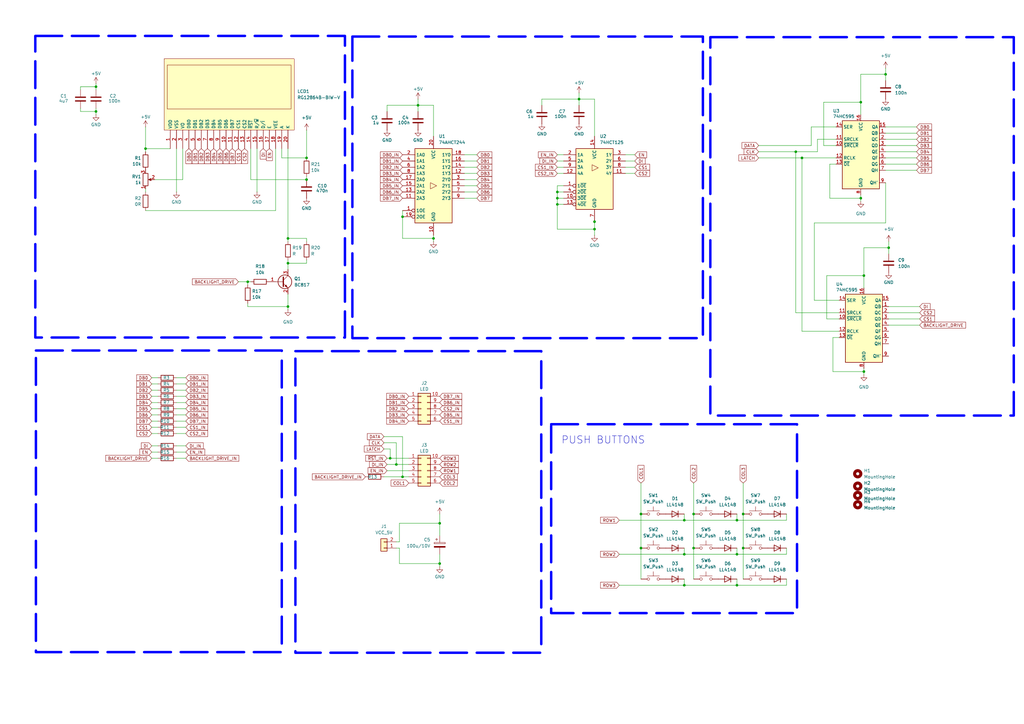
<source format=kicad_sch>
(kicad_sch (version 20250114) (generator "eeschema") (generator_version "9.0")
  (paper "A3")
  (rectangle (start 226.06 173.99) (end 326.898 251.46) (stroke (width 1) (type dash) (color 0 0 255 1)))
  (rectangle (start 291.338 15.24) (end 415.798 170.434) (stroke (width 1) (type dash) (color 0 0 255 1)))
  (rectangle (start 121.158 144.018) (end 221.996 267.716) (stroke (width 1) (type dash) (color 0 0 255 1)))
  (rectangle (start 14.478 14.732) (end 141.478 138.43) (stroke (width 1) (type dash) (color 0 0 255 1)))
  (rectangle (start 144.526 14.986) (end 288.29 138.684) (stroke (width 1) (type dash) (color 0 0 255 1)))
  (rectangle (start 14.732 143.764) (end 115.57 267.462) (stroke (width 1) (type dash) (color 0 0 255 1)))
  (text "PUSH BUTTONS" (at 247.396 180.594 0) (effects (font (size 3 3))))
  (junction (at 304.8 224.79))
  (junction (at 125.73 73.66))
  (junction (at 228.6 78.74))
  (junction (at 228.6 83.82))
  (junction (at 118.11 97.79))
  (junction (at 39.37 45.72))
  (junction (at 363.22 30.48))
  (junction (at 326.39 62.23))
  (junction (at 125.73 64.77))
  (junction (at 354.33 113.03))
  (junction (at 177.8 97.79))
  (junction (at 302.26 227.33))
  (junction (at 243.84 90.932))
  (junction (at 280.67 213.36))
  (junction (at 353.06 81.28))
  (junction (at 328.93 64.77))
  (junction (at 304.8 210.82))
  (junction (at 160.02 187.96))
  (junction (at 284.48 224.79))
  (junction (at 364.49 101.6))
  (junction (at 180.34 214.63))
  (junction (at 284.48 210.82))
  (junction (at 171.45 43.18))
  (junction (at 228.6 81.28))
  (junction (at 101.6 115.57))
  (junction (at 262.89 224.79))
  (junction (at 353.06 41.91))
  (junction (at 302.26 213.36))
  (junction (at 354.33 152.4))
  (junction (at 165.1 88.9))
  (junction (at 280.67 240.03))
  (junction (at 243.84 93.98))
  (junction (at 118.11 107.95))
  (junction (at 280.67 227.33))
  (junction (at 118.11 125.73))
  (junction (at 302.26 240.03))
  (junction (at 262.89 210.82))
  (junction (at 180.34 231.14))
  (junction (at 237.49 40.64))
  (junction (at 59.69 60.96))
  (junction (at 162.56 190.5))
  (junction (at 39.37 35.56))
  (junction (at 165.1 195.58))
  (wire (pts (xy 195.58 81.28) (xy 190.5 81.28)))
  (wire (pts (xy 76.2 157.48) (xy 72.39 157.48)))
  (wire (pts (xy 76.2 162.56) (xy 72.39 162.56)))
  (wire (pts (xy 228.6 71.12) (xy 231.14 71.12)))
  (wire (pts (xy 326.39 62.23) (xy 326.39 128.27)))
  (wire (pts (xy 125.73 72.39) (xy 125.73 73.66)))
  (wire (pts (xy 64.77 185.42) (xy 62.23 185.42)))
  (wire (pts (xy 322.58 224.79) (xy 322.58 227.33)))
  (wire (pts (xy 254 227.33) (xy 280.67 227.33)))
  (wire (pts (xy 157.48 181.61) (xy 162.56 181.61)))
  (wire (pts (xy 243.84 55.88) (xy 243.84 40.64)))
  (wire (pts (xy 125.73 64.77) (xy 125.73 53.34)))
  (wire (pts (xy 342.9 57.15) (xy 335.28 57.15)))
  (wire (pts (xy 284.48 210.82) (xy 284.48 224.79)))
  (wire (pts (xy 102.87 73.66) (xy 125.73 73.66)))
  (wire (pts (xy 158.75 193.04) (xy 167.64 193.04)))
  (wire (pts (xy 115.57 64.77) (xy 125.73 64.77)))
  (wire (pts (xy 76.2 172.72) (xy 72.39 172.72)))
  (wire (pts (xy 364.49 101.6) (xy 364.49 104.14)))
  (wire (pts (xy 364.49 130.81) (xy 377.19 130.81)))
  (wire (pts (xy 335.28 62.23) (xy 326.39 62.23)))
  (wire (pts (xy 118.11 125.73) (xy 118.11 127)))
  (wire (pts (xy 364.49 99.06) (xy 364.49 101.6)))
  (wire (pts (xy 157.48 179.07) (xy 165.1 179.07)))
  (wire (pts (xy 228.6 78.74) (xy 231.14 78.74)))
  (wire (pts (xy 344.17 138.43) (xy 341.63 138.43)))
  (wire (pts (xy 64.77 160.02) (xy 62.23 160.02)))
  (wire (pts (xy 33.02 35.56) (xy 33.02 36.83)))
  (wire (pts (xy 342.9 59.69) (xy 337.82 59.69)))
  (wire (pts (xy 340.36 81.28) (xy 353.06 81.28)))
  (wire (pts (xy 280.67 240.03) (xy 302.26 240.03)))
  (wire (pts (xy 364.49 101.6) (xy 354.33 101.6)))
  (wire (pts (xy 260.35 66.04) (xy 256.54 66.04)))
  (wire (pts (xy 64.77 167.64) (xy 62.23 167.64)))
  (wire (pts (xy 39.37 34.29) (xy 39.37 35.56)))
  (wire (pts (xy 118.11 107.95) (xy 125.73 107.95)))
  (wire (pts (xy 195.58 71.12) (xy 190.5 71.12)))
  (wire (pts (xy 328.93 64.77) (xy 328.93 135.89)))
  (wire (pts (xy 339.09 113.03) (xy 354.33 113.03)))
  (wire (pts (xy 363.22 67.31) (xy 375.92 67.31)))
  (wire (pts (xy 163.83 222.25) (xy 163.83 214.63)))
  (wire (pts (xy 311.15 64.77) (xy 328.93 64.77)))
  (wire (pts (xy 243.84 93.98) (xy 228.6 93.98)))
  (wire (pts (xy 354.33 101.6) (xy 354.33 113.03)))
  (wire (pts (xy 228.6 83.82) (xy 231.14 83.82)))
  (wire (pts (xy 328.93 135.89) (xy 344.17 135.89)))
  (wire (pts (xy 195.58 66.04) (xy 190.5 66.04)))
  (wire (pts (xy 160.02 187.96) (xy 167.64 187.96)))
  (wire (pts (xy 364.49 133.35) (xy 377.19 133.35)))
  (wire (pts (xy 118.11 120.65) (xy 118.11 125.73)))
  (wire (pts (xy 39.37 46.99) (xy 39.37 45.72)))
  (wire (pts (xy 165.1 195.58) (xy 167.64 195.58)))
  (wire (pts (xy 180.34 231.14) (xy 180.34 232.41)))
  (wire (pts (xy 339.09 130.81) (xy 339.09 113.03)))
  (wire (pts (xy 337.82 59.69) (xy 337.82 41.91)))
  (wire (pts (xy 326.39 62.23) (xy 311.15 62.23)))
  (wire (pts (xy 115.57 60.96) (xy 115.57 64.77)))
  (wire (pts (xy 363.22 54.61) (xy 375.92 54.61)))
  (wire (pts (xy 228.6 76.2) (xy 228.6 78.74)))
  (wire (pts (xy 64.77 165.1) (xy 62.23 165.1)))
  (wire (pts (xy 280.67 237.49) (xy 280.67 240.03)))
  (wire (pts (xy 326.39 128.27) (xy 344.17 128.27)))
  (wire (pts (xy 237.49 40.64) (xy 237.49 43.18)))
  (wire (pts (xy 118.11 107.95) (xy 118.11 110.49)))
  (wire (pts (xy 237.49 38.1) (xy 237.49 40.64)))
  (wire (pts (xy 64.77 182.88) (xy 62.23 182.88)))
  (wire (pts (xy 228.6 81.28) (xy 231.14 81.28)))
  (wire (pts (xy 59.69 60.96) (xy 69.85 60.96)))
  (wire (pts (xy 243.84 90.932) (xy 243.84 93.98)))
  (wire (pts (xy 63.5 73.66) (xy 74.93 73.66)))
  (wire (pts (xy 64.77 170.18) (xy 62.23 170.18)))
  (wire (pts (xy 228.6 68.58) (xy 231.14 68.58)))
  (wire (pts (xy 243.84 96.52) (xy 243.84 93.98)))
  (wire (pts (xy 76.2 175.26) (xy 72.39 175.26)))
  (wire (pts (xy 165.1 97.79) (xy 165.1 88.9)))
  (wire (pts (xy 262.89 237.49) (xy 262.89 224.79)))
  (wire (pts (xy 195.58 68.58) (xy 190.5 68.58)))
  (wire (pts (xy 64.77 172.72) (xy 62.23 172.72)))
  (wire (pts (xy 180.34 227.33) (xy 180.34 231.14)))
  (wire (pts (xy 180.34 214.63) (xy 180.34 219.71)))
  (wire (pts (xy 101.6 115.57) (xy 102.87 115.57)))
  (wire (pts (xy 304.8 198.12) (xy 304.8 210.82)))
  (wire (pts (xy 195.58 73.66) (xy 190.5 73.66)))
  (wire (pts (xy 162.56 181.61) (xy 162.56 190.5)))
  (wire (pts (xy 332.74 59.69) (xy 311.15 59.69)))
  (wire (pts (xy 228.6 81.28) (xy 228.6 83.82)))
  (wire (pts (xy 165.1 88.9) (xy 165.1 86.36)))
  (wire (pts (xy 64.77 157.48) (xy 62.23 157.48)))
  (wire (pts (xy 195.58 76.2) (xy 190.5 76.2)))
  (wire (pts (xy 39.37 35.56) (xy 39.37 36.83)))
  (wire (pts (xy 118.11 97.79) (xy 118.11 99.06)))
  (wire (pts (xy 76.2 154.94) (xy 72.39 154.94)))
  (wire (pts (xy 163.83 231.14) (xy 163.83 224.79)))
  (wire (pts (xy 260.35 71.12) (xy 256.54 71.12)))
  (wire (pts (xy 228.6 63.5) (xy 231.14 63.5)))
  (wire (pts (xy 162.56 222.25) (xy 163.83 222.25)))
  (wire (pts (xy 177.8 99.06) (xy 177.8 97.79)))
  (wire (pts (xy 302.26 210.82) (xy 302.26 213.36)))
  (wire (pts (xy 76.2 170.18) (xy 72.39 170.18)))
  (wire (pts (xy 304.8 224.79) (xy 304.8 237.49)))
  (wire (pts (xy 254 213.36) (xy 280.67 213.36)))
  (wire (pts (xy 363.22 57.15) (xy 375.92 57.15)))
  (wire (pts (xy 171.45 43.18) (xy 171.45 45.72)))
  (wire (pts (xy 256.54 68.58) (xy 260.35 68.58)))
  (wire (pts (xy 243.84 90.17) (xy 243.84 90.932)))
  (wire (pts (xy 162.56 190.5) (xy 167.64 190.5)))
  (wire (pts (xy 113.03 60.96) (xy 113.03 86.36)))
  (wire (pts (xy 158.75 187.96) (xy 160.02 187.96)))
  (wire (pts (xy 59.69 52.07) (xy 59.69 60.96)))
  (wire (pts (xy 280.67 224.79) (xy 280.67 227.33)))
  (wire (pts (xy 33.02 45.72) (xy 33.02 44.45)))
  (wire (pts (xy 72.39 78.74) (xy 72.39 60.96)))
  (wire (pts (xy 354.33 152.4) (xy 354.33 153.67)))
  (wire (pts (xy 101.6 124.46) (xy 101.6 125.73)))
  (wire (pts (xy 228.6 66.04) (xy 231.14 66.04)))
  (wire (pts (xy 363.22 59.69) (xy 375.92 59.69)))
  (wire (pts (xy 363.22 91.44) (xy 363.22 74.93)))
  (wire (pts (xy 64.77 162.56) (xy 62.23 162.56)))
  (wire (pts (xy 101.6 125.73) (xy 118.11 125.73)))
  (wire (pts (xy 171.45 40.64) (xy 171.45 43.18)))
  (wire (pts (xy 304.8 210.82) (xy 304.8 224.79)))
  (wire (pts (xy 177.8 55.88) (xy 177.8 43.18)))
  (wire (pts (xy 163.83 224.79) (xy 162.56 224.79)))
  (wire (pts (xy 280.67 210.82) (xy 280.67 213.36)))
  (wire (pts (xy 341.63 152.4) (xy 354.33 152.4)))
  (wire (pts (xy 195.58 78.74) (xy 190.5 78.74)))
  (wire (pts (xy 340.36 67.31) (xy 340.36 81.28)))
  (wire (pts (xy 280.67 227.33) (xy 302.26 227.33)))
  (wire (pts (xy 322.58 210.82) (xy 322.58 213.36)))
  (wire (pts (xy 353.06 80.01) (xy 353.06 81.28)))
  (wire (pts (xy 302.26 227.33) (xy 322.58 227.33)))
  (wire (pts (xy 59.69 86.36) (xy 113.03 86.36)))
  (wire (pts (xy 158.75 190.5) (xy 162.56 190.5)))
  (wire (pts (xy 76.2 185.42) (xy 72.39 185.42)))
  (wire (pts (xy 332.74 52.07) (xy 332.74 59.69)))
  (wire (pts (xy 334.01 123.19) (xy 334.01 91.44)))
  (wire (pts (xy 222.25 43.18) (xy 222.25 40.64)))
  (wire (pts (xy 118.11 97.79) (xy 125.73 97.79)))
  (wire (pts (xy 39.37 45.72) (xy 33.02 45.72)))
  (wire (pts (xy 76.2 160.02) (xy 72.39 160.02)))
  (wire (pts (xy 254 240.03) (xy 280.67 240.03)))
  (wire (pts (xy 302.26 237.49) (xy 302.26 240.03)))
  (wire (pts (xy 337.82 41.91) (xy 353.06 41.91)))
  (wire (pts (xy 64.77 187.96) (xy 62.23 187.96)))
  (wire (pts (xy 64.77 177.8) (xy 62.23 177.8)))
  (wire (pts (xy 76.2 182.88) (xy 72.39 182.88)))
  (wire (pts (xy 118.11 106.68) (xy 118.11 107.95)))
  (wire (pts (xy 334.01 91.44) (xy 363.22 91.44)))
  (wire (pts (xy 363.22 30.48) (xy 353.06 30.48)))
  (wire (pts (xy 228.6 76.2) (xy 231.14 76.2)))
  (wire (pts (xy 354.33 113.03) (xy 354.33 118.11)))
  (wire (pts (xy 118.11 60.96) (xy 118.11 97.79)))
  (wire (pts (xy 177.8 97.79) (xy 165.1 97.79)))
  (wire (pts (xy 64.77 175.26) (xy 62.23 175.26)))
  (wire (pts (xy 157.48 184.15) (xy 160.02 184.15)))
  (wire (pts (xy 163.83 214.63) (xy 180.34 214.63)))
  (wire (pts (xy 342.9 67.31) (xy 340.36 67.31)))
  (wire (pts (xy 101.6 115.57) (xy 101.6 116.84)))
  (wire (pts (xy 64.77 154.94) (xy 62.23 154.94)))
  (wire (pts (xy 280.67 213.36) (xy 302.26 213.36)))
  (wire (pts (xy 354.33 151.13) (xy 354.33 152.4)))
  (wire (pts (xy 158.75 45.72) (xy 158.75 43.18)))
  (wire (pts (xy 222.25 40.64) (xy 237.49 40.64)))
  (wire (pts (xy 363.22 30.48) (xy 363.22 33.02)))
  (wire (pts (xy 364.49 128.27) (xy 377.19 128.27)))
  (wire (pts (xy 363.22 27.94) (xy 363.22 30.48)))
  (wire (pts (xy 322.58 237.49) (xy 322.58 240.03)))
  (wire (pts (xy 59.69 77.47) (xy 59.69 78.74)))
  (wire (pts (xy 105.41 60.96) (xy 105.41 78.74)))
  (wire (pts (xy 262.89 210.82) (xy 262.89 224.79)))
  (wire (pts (xy 76.2 165.1) (xy 72.39 165.1)))
  (wire (pts (xy 97.79 115.57) (xy 101.6 115.57)))
  (wire (pts (xy 157.48 195.58) (xy 165.1 195.58)))
  (wire (pts (xy 165.1 179.07) (xy 165.1 195.58)))
  (wire (pts (xy 125.73 106.68) (xy 125.73 107.95)))
  (wire (pts (xy 302.26 224.79) (xy 302.26 227.33)))
  (wire (pts (xy 363.22 69.85) (xy 375.92 69.85)))
  (wire (pts (xy 328.93 64.77) (xy 342.9 64.77)))
  (wire (pts (xy 125.73 97.79) (xy 125.73 99.06)))
  (wire (pts (xy 344.17 123.19) (xy 334.01 123.19)))
  (wire (pts (xy 158.75 43.18) (xy 171.45 43.18)))
  (wire (pts (xy 228.6 83.82) (xy 228.6 93.98)))
  (wire (pts (xy 284.48 198.12) (xy 284.48 210.82)))
  (wire (pts (xy 177.8 97.79) (xy 177.8 96.52)))
  (wire (pts (xy 353.06 81.28) (xy 353.06 82.55)))
  (wire (pts (xy 284.48 224.79) (xy 284.48 237.49)))
  (wire (pts (xy 33.02 35.56) (xy 39.37 35.56)))
  (wire (pts (xy 76.2 167.64) (xy 72.39 167.64)))
  (wire (pts (xy 341.63 138.43) (xy 341.63 152.4)))
  (wire (pts (xy 363.22 64.77) (xy 375.92 64.77)))
  (wire (pts (xy 177.8 43.18) (xy 171.45 43.18)))
  (wire (pts (xy 195.58 63.5) (xy 190.5 63.5)))
  (wire (pts (xy 302.26 213.36) (xy 322.58 213.36)))
  (wire (pts (xy 260.35 63.5) (xy 256.54 63.5)))
  (wire (pts (xy 59.69 60.96) (xy 59.69 62.23)))
  (wire (pts (xy 180.34 210.82) (xy 180.34 214.63)))
  (wire (pts (xy 335.28 57.15) (xy 335.28 62.23)))
  (wire (pts (xy 344.17 130.81) (xy 339.09 130.81)))
  (wire (pts (xy 302.26 240.03) (xy 322.58 240.03)))
  (wire (pts (xy 74.93 73.66) (xy 74.93 60.96)))
  (wire (pts (xy 243.84 40.64) (xy 237.49 40.64)))
  (wire (pts (xy 353.06 41.91) (xy 353.06 46.99)))
  (wire (pts (xy 39.37 45.72) (xy 39.37 44.45)))
  (wire (pts (xy 102.87 60.96) (xy 102.87 73.66)))
  (wire (pts (xy 228.6 78.74) (xy 228.6 81.28)))
  (wire (pts (xy 76.2 187.96) (xy 72.39 187.96)))
  (wire (pts (xy 353.06 30.48) (xy 353.06 41.91)))
  (wire (pts (xy 363.22 62.23) (xy 375.92 62.23)))
  (wire (pts (xy 180.34 231.14) (xy 163.83 231.14)))
  (wire (pts (xy 364.49 125.73) (xy 377.19 125.73)))
  (wire (pts (xy 160.02 184.15) (xy 160.02 187.96)))
  (wire (pts (xy 342.9 52.07) (xy 332.74 52.07)))
  (wire (pts (xy 262.89 210.82) (xy 262.89 198.12)))
  (wire (pts (xy 363.22 52.07) (xy 375.92 52.07)))
  (wire (pts (xy 76.2 177.8) (xy 72.39 177.8)))
  (global_label "ROW2" (shape input) (at 180.34 190.5 0) (property "Intersheetrefs" "${INTERSHEET_REFS}" (effects (hide yes))))
  (global_label "DB2" (shape input) (at 375.92 57.15 0) (property "Intersheetrefs" "${INTERSHEET_REFS}" (effects (hide yes))))
  (global_label "DB7" (shape input) (at 195.58 81.28 0) (property "Intersheetrefs" "${INTERSHEET_REFS}" (effects (hide yes))))
  (global_label "CS2_IN" (shape input) (at 228.6 71.12 180) (property "Intersheetrefs" "${INTERSHEET_REFS}" (effects (hide yes))))
  (global_label "COL2" (shape input) (at 180.34 198.12 0) (property "Intersheetrefs" "${INTERSHEET_REFS}" (effects (hide yes))))
  (global_label "DB7" (shape input) (at 375.92 69.85 0) (property "Intersheetrefs" "${INTERSHEET_REFS}" (effects (hide yes))))
  (global_label "COL2" (shape input) (at 284.48 198.12 90) (property "Intersheetrefs" "${INTERSHEET_REFS}" (effects (hide yes))))
  (global_label "ROW3" (shape input) (at 180.34 187.96 0) (property "Intersheetrefs" "${INTERSHEET_REFS}" (effects (hide yes))))
  (global_label "DB0_IN" (shape input) (at 167.64 162.56 180) (property "Intersheetrefs" "${INTERSHEET_REFS}" (effects (hide yes))))
  (global_label "EN" (shape input) (at 260.35 63.5 0) (property "Intersheetrefs" "${INTERSHEET_REFS}" (effects (hide yes))))
  (global_label "DB3_IN" (shape input) (at 76.2 162.56 0) (property "Intersheetrefs" "${INTERSHEET_REFS}" (effects (hide yes))))
  (global_label "DB7" (shape input) (at 62.23 172.72 180) (property "Intersheetrefs" "${INTERSHEET_REFS}" (effects (hide yes))))
  (global_label "CS2_IN" (shape input) (at 76.2 177.8 0) (property "Intersheetrefs" "${INTERSHEET_REFS}" (effects (hide yes))))
  (global_label "LATCH" (shape input) (at 157.48 184.15 180) (property "Intersheetrefs" "${INTERSHEET_REFS}" (effects (hide yes))))
  (global_label "DB7" (shape input) (at 95.25 60.96 270) (property "Intersheetrefs" "${INTERSHEET_REFS}" (effects (hide yes))))
  (global_label "DB2" (shape input) (at 62.23 160.02 180) (property "Intersheetrefs" "${INTERSHEET_REFS}" (effects (hide yes))))
  (global_label "BACKLIGHT_DRIVE_IN" (shape input) (at 149.86 195.58 180) (property "Intersheetrefs" "${INTERSHEET_REFS}" (effects (hide yes))))
  (global_label "EN_IN" (shape input) (at 228.6 63.5 180) (property "Intersheetrefs" "${INTERSHEET_REFS}" (effects (hide yes))))
  (global_label "CLK" (shape input) (at 311.15 62.23 180) (property "Intersheetrefs" "${INTERSHEET_REFS}" (effects (hide yes))))
  (global_label "DB2" (shape input) (at 195.58 68.58 0) (property "Intersheetrefs" "${INTERSHEET_REFS}" (effects (hide yes))))
  (global_label "DB2" (shape input) (at 82.55 60.96 270) (property "Intersheetrefs" "${INTERSHEET_REFS}" (effects (hide yes))))
  (global_label "DB5_IN" (shape input) (at 165.1 76.2 180) (property "Intersheetrefs" "${INTERSHEET_REFS}" (effects (hide yes))))
  (global_label "EN" (shape input) (at 110.49 60.96 270) (property "Intersheetrefs" "${INTERSHEET_REFS}" (effects (hide yes))))
  (global_label "DB6_IN" (shape input) (at 165.1 78.74 180) (property "Intersheetrefs" "${INTERSHEET_REFS}" (effects (hide yes))))
  (global_label "CS1" (shape input) (at 62.23 175.26 180) (property "Intersheetrefs" "${INTERSHEET_REFS}" (effects (hide yes))))
  (global_label "DB5_IN" (shape input) (at 76.2 167.64 0) (property "Intersheetrefs" "${INTERSHEET_REFS}" (effects (hide yes))))
  (global_label "CS2" (shape input) (at 62.23 177.8 180) (property "Intersheetrefs" "${INTERSHEET_REFS}" (effects (hide yes))))
  (global_label "DATA" (shape input) (at 157.48 179.07 180) (property "Intersheetrefs" "${INTERSHEET_REFS}" (effects (hide yes))))
  (global_label "DB0" (shape input) (at 195.58 63.5 0) (property "Intersheetrefs" "${INTERSHEET_REFS}" (effects (hide yes))))
  (global_label "CS1_IN" (shape input) (at 180.34 172.72 0) (property "Intersheetrefs" "${INTERSHEET_REFS}" (effects (hide yes))))
  (global_label "DI" (shape input) (at 107.95 60.96 270) (property "Intersheetrefs" "${INTERSHEET_REFS}" (effects (hide yes))))
  (global_label "DB4" (shape input) (at 195.58 73.66 0) (property "Intersheetrefs" "${INTERSHEET_REFS}" (effects (hide yes))))
  (global_label "DB1_IN" (shape input) (at 165.1 66.04 180) (property "Intersheetrefs" "${INTERSHEET_REFS}" (effects (hide yes))))
  (global_label "DB0_IN" (shape input) (at 165.1 63.5 180) (property "Intersheetrefs" "${INTERSHEET_REFS}" (effects (hide yes))))
  (global_label "DB6_IN" (shape input) (at 180.34 165.1 0) (property "Intersheetrefs" "${INTERSHEET_REFS}" (effects (hide yes))))
  (global_label "DB6" (shape input) (at 92.71 60.96 270) (property "Intersheetrefs" "${INTERSHEET_REFS}" (effects (hide yes))))
  (global_label "DB3" (shape input) (at 62.23 162.56 180) (property "Intersheetrefs" "${INTERSHEET_REFS}" (effects (hide yes))))
  (global_label "COL3" (shape input) (at 304.8 198.12 90) (property "Intersheetrefs" "${INTERSHEET_REFS}" (effects (hide yes))))
  (global_label "ROW1" (shape input) (at 180.34 193.04 0) (property "Intersheetrefs" "${INTERSHEET_REFS}" (effects (hide yes))))
  (global_label "DB2_IN" (shape input) (at 76.2 160.02 0) (property "Intersheetrefs" "${INTERSHEET_REFS}" (effects (hide yes))))
  (global_label "DB5_IN" (shape input) (at 180.34 170.18 0) (property "Intersheetrefs" "${INTERSHEET_REFS}" (effects (hide yes))))
  (global_label "DB2_IN" (shape input) (at 167.64 167.64 180) (property "Intersheetrefs" "${INTERSHEET_REFS}" (effects (hide yes))))
  (global_label "DB0" (shape input) (at 62.23 154.94 180) (property "Intersheetrefs" "${INTERSHEET_REFS}" (effects (hide yes))))
  (global_label "DB0" (shape input) (at 77.47 60.96 270) (property "Intersheetrefs" "${INTERSHEET_REFS}" (effects (hide yes))))
  (global_label "DB4_IN" (shape input) (at 76.2 165.1 0) (property "Intersheetrefs" "${INTERSHEET_REFS}" (effects (hide yes))))
  (global_label "BACKLIGHT_DRIVE" (shape input) (at 62.23 187.96 180) (property "Intersheetrefs" "${INTERSHEET_REFS}" (effects (hide yes))))
  (global_label "DB5" (shape input) (at 62.23 167.64 180) (property "Intersheetrefs" "${INTERSHEET_REFS}" (effects (hide yes))))
  (global_label "DB1_IN" (shape input) (at 167.64 165.1 180) (property "Intersheetrefs" "${INTERSHEET_REFS}" (effects (hide yes))))
  (global_label "ROW1" (shape input) (at 254 213.36 180) (property "Intersheetrefs" "${INTERSHEET_REFS}" (effects (hide yes))))
  (global_label "DB1" (shape input) (at 62.23 157.48 180) (property "Intersheetrefs" "${INTERSHEET_REFS}" (effects (hide yes))))
  (global_label "EN" (shape input) (at 62.23 185.42 180) (property "Intersheetrefs" "${INTERSHEET_REFS}" (effects (hide yes))))
  (global_label "DB7_IN" (shape input) (at 76.2 172.72 0) (property "Intersheetrefs" "${INTERSHEET_REFS}" (effects (hide yes))))
  (global_label "DB3" (shape input) (at 195.58 71.12 0) (property "Intersheetrefs" "${INTERSHEET_REFS}" (effects (hide yes))))
  (global_label "DB1" (shape input) (at 375.92 54.61 0) (property "Intersheetrefs" "${INTERSHEET_REFS}" (effects (hide yes))))
  (global_label "DB7_IN" (shape input) (at 165.1 81.28 180) (property "Intersheetrefs" "${INTERSHEET_REFS}" (effects (hide yes))))
  (global_label "DI" (shape input) (at 377.19 125.73 0) (property "Intersheetrefs" "${INTERSHEET_REFS}" (effects (hide yes))))
  (global_label "CS1_IN" (shape input) (at 228.6 68.58 180) (property "Intersheetrefs" "${INTERSHEET_REFS}" (effects (hide yes))))
  (global_label "ROW3" (shape input) (at 254 240.03 180) (property "Intersheetrefs" "${INTERSHEET_REFS}" (effects (hide yes))))
  (global_label "DI_IN" (shape input) (at 158.75 190.5 180) (property "Intersheetrefs" "${INTERSHEET_REFS}" (effects (hide yes))))
  (global_label "DB7_IN" (shape input) (at 180.34 162.56 0) (property "Intersheetrefs" "${INTERSHEET_REFS}" (effects (hide yes))))
  (global_label "DB2_IN" (shape input) (at 165.1 68.58 180) (property "Intersheetrefs" "${INTERSHEET_REFS}" (effects (hide yes))))
  (global_label "CS2" (shape input) (at 260.35 71.12 0) (property "Intersheetrefs" "${INTERSHEET_REFS}" (effects (hide yes))))
  (global_label "DB1" (shape input) (at 80.01 60.96 270) (property "Intersheetrefs" "${INTERSHEET_REFS}" (effects (hide yes))))
  (global_label "COL1" (shape input) (at 167.64 198.12 180) (property "Intersheetrefs" "${INTERSHEET_REFS}" (effects (hide yes))))
  (global_label "DB3_IN" (shape input) (at 165.1 71.12 180) (property "Intersheetrefs" "${INTERSHEET_REFS}" (effects (hide yes))))
  (global_label "DB5" (shape input) (at 375.92 64.77 0) (property "Intersheetrefs" "${INTERSHEET_REFS}" (effects (hide yes))))
  (global_label "LATCH" (shape input) (at 311.15 64.77 180) (property "Intersheetrefs" "${INTERSHEET_REFS}" (effects (hide yes))))
  (global_label "DB5" (shape input) (at 90.17 60.96 270) (property "Intersheetrefs" "${INTERSHEET_REFS}" (effects (hide yes))))
  (global_label "DI_IN" (shape input) (at 228.6 66.04 180) (property "Intersheetrefs" "${INTERSHEET_REFS}" (effects (hide yes))))
  (global_label "DB3" (shape input) (at 375.92 59.69 0) (property "Intersheetrefs" "${INTERSHEET_REFS}" (effects (hide yes))))
  (global_label "DB4" (shape input) (at 62.23 165.1 180) (property "Intersheetrefs" "${INTERSHEET_REFS}" (effects (hide yes))))
  (global_label "COL1" (shape input) (at 262.89 198.12 90) (property "Intersheetrefs" "${INTERSHEET_REFS}" (effects (hide yes))))
  (global_label "CS2" (shape input) (at 377.19 128.27 0) (property "Intersheetrefs" "${INTERSHEET_REFS}" (effects (hide yes))))
  (global_label "DB6_IN" (shape input) (at 76.2 170.18 0) (property "Intersheetrefs" "${INTERSHEET_REFS}" (effects (hide yes))))
  (global_label "DB3_IN" (shape input) (at 167.64 170.18 180) (property "Intersheetrefs" "${INTERSHEET_REFS}" (effects (hide yes))))
  (global_label "DI" (shape input) (at 260.35 66.04 0) (property "Intersheetrefs" "${INTERSHEET_REFS}" (effects (hide yes))))
  (global_label "DB0_IN" (shape input) (at 76.2 154.94 0) (property "Intersheetrefs" "${INTERSHEET_REFS}" (effects (hide yes))))
  (global_label "BACKLIGHT_DRIVE_IN" (shape input) (at 76.2 187.96 0) (property "Intersheetrefs" "${INTERSHEET_REFS}" (effects (hide yes))))
  (global_label "DB4_IN" (shape input) (at 165.1 73.66 180) (property "Intersheetrefs" "${INTERSHEET_REFS}" (effects (hide yes))))
  (global_label "CS1" (shape input) (at 377.19 130.81 0) (property "Intersheetrefs" "${INTERSHEET_REFS}" (effects (hide yes))))
  (global_label "BACKLIGHT_DRIVE" (shape input) (at 97.79 115.57 180) (property "Intersheetrefs" "${INTERSHEET_REFS}" (effects (hide yes))))
  (global_label "DB0" (shape input) (at 375.92 52.07 0) (property "Intersheetrefs" "${INTERSHEET_REFS}" (effects (hide yes))))
  (global_label "DB3" (shape input) (at 85.09 60.96 270) (property "Intersheetrefs" "${INTERSHEET_REFS}" (effects (hide yes))))
  (global_label "DB4" (shape input) (at 375.92 62.23 0) (property "Intersheetrefs" "${INTERSHEET_REFS}" (effects (hide yes))))
  (global_label "EN_IN" (shape input) (at 76.2 185.42 0) (property "Intersheetrefs" "${INTERSHEET_REFS}" (effects (hide yes))))
  (global_label "DB6" (shape input) (at 195.58 78.74 0) (property "Intersheetrefs" "${INTERSHEET_REFS}" (effects (hide yes))))
  (global_label "EN_IN" (shape input) (at 158.75 193.04 180) (property "Intersheetrefs" "${INTERSHEET_REFS}" (effects (hide yes))))
  (global_label "DB1" (shape input) (at 195.58 66.04 0) (property "Intersheetrefs" "${INTERSHEET_REFS}" (effects (hide yes))))
  (global_label "DB1_IN" (shape input) (at 76.2 157.48 0) (property "Intersheetrefs" "${INTERSHEET_REFS}" (effects (hide yes))))
  (global_label "CS2_IN" (shape input) (at 180.34 167.64 0) (property "Intersheetrefs" "${INTERSHEET_REFS}" (effects (hide yes))))
  (global_label "ROW2" (shape input) (at 254 227.33 180) (property "Intersheetrefs" "${INTERSHEET_REFS}" (effects (hide yes))))
  (global_label "DB6" (shape input) (at 375.92 67.31 0) (property "Intersheetrefs" "${INTERSHEET_REFS}" (effects (hide yes))))
  (global_label "CS1_IN" (shape input) (at 76.2 175.26 0) (property "Intersheetrefs" "${INTERSHEET_REFS}" (effects (hide yes))))
  (global_label "~{RST}_IN" (shape input) (at 158.75 187.96 180) (property "Intersheetrefs" "${INTERSHEET_REFS}" (effects (hide yes))))
  (global_label "DB6" (shape input) (at 62.23 170.18 180) (property "Intersheetrefs" "${INTERSHEET_REFS}" (effects (hide yes))))
  (global_label "CS1" (shape input) (at 97.79 60.96 270) (property "Intersheetrefs" "${INTERSHEET_REFS}" (effects (hide yes))))
  (global_label "BACKLIGHT_DRIVE" (shape input) (at 377.19 133.35 0) (property "Intersheetrefs" "${INTERSHEET_REFS}" (effects (hide yes))))
  (global_label "COL3" (shape input) (at 180.34 195.58 0) (property "Intersheetrefs" "${INTERSHEET_REFS}" (effects (hide yes))))
  (global_label "CS1" (shape input) (at 260.35 68.58 0) (property "Intersheetrefs" "${INTERSHEET_REFS}" (effects (hide yes))))
  (global_label "DI" (shape input) (at 62.23 182.88 180) (property "Intersheetrefs" "${INTERSHEET_REFS}" (effects (hide yes))))
  (global_label "DATA" (shape input) (at 311.15 59.69 180) (property "Intersheetrefs" "${INTERSHEET_REFS}" (effects (hide yes))))
  (global_label "CS2" (shape input) (at 100.33 60.96 270) (property "Intersheetrefs" "${INTERSHEET_REFS}" (effects (hide yes))))
  (global_label "DB4" (shape input) (at 87.63 60.96 270) (property "Intersheetrefs" "${INTERSHEET_REFS}" (effects (hide yes))))
  (global_label "DB4_IN" (shape input) (at 167.64 172.72 180) (property "Intersheetrefs" "${INTERSHEET_REFS}" (effects (hide yes))))
  (global_label "DI_IN" (shape input) (at 76.2 182.88 0) (property "Intersheetrefs" "${INTERSHEET_REFS}" (effects (hide yes))))
  (global_label "DB5" (shape input) (at 195.58 76.2 0) (property "Intersheetrefs" "${INTERSHEET_REFS}" (effects (hide yes))))
  (global_label "CLK" (shape input) (at 157.48 181.61 180) (property "Intersheetrefs" "${INTERSHEET_REFS}" (effects (hide yes))))
  (symbol (lib_id "power:+5V") (at 39.37 34.29 0) (unit 1)
    (property "Reference" "#PWR01" (effects (hide yes)))
    (property "Value" "+5V" (at 39.37 30.1569 0))
    (property "Description" "Power symbol creates a global label with name \"+5V\"" (effects (hide yes)))
  )
  (symbol (lib_id "Switch:SW_Push") (at 289.56 210.82 0) (unit 1)
    (property "Reference" "SW4" (at 289.56 203.2 0))
    (property "Value" "SW_Push" (at 289.56 205.74 0))
    (property "Footprint" "My-Footprints:SW_PUSH_6mm" (effects (hide yes)))
    (property "Description" "Push button switch, generic, two pins" (effects (hide yes)))
  )
  (symbol (lib_id "Device:R") (at 68.58 172.72 90) (unit 1)
    (property "Reference" "R10" (at 69.596 172.72 90) (effects (justify left)))
    (property "Value" "0R" (effects (hide yes)))
    (property "Footprint" "Resistor_SMD:R_0805_2012Metric_Pad1.20x1.40mm_HandSolder" (effects (hide yes)))
    (property "Description" "Resistor" (effects (hide yes)))
  )
  (symbol (lib_id "Device:R_Potentiometer") (at 59.69 73.66 0) (mirror x) (unit 1)
    (property "Reference" "RV1" (at 57.912 72.4478 0) (effects (justify right)))
    (property "Value" "1k" (at 57.912 74.8721 0) (effects (justify right)))
    (property "Footprint" "Potentiometer_THT:Potentiometer_ACP_CA9-V10_Vertical_Hole" (effects (hide yes)))
    (property "Description" "Potentiometer" (effects (hide yes)))
  )
  (symbol (lib_id "Diode:LL4148") (at 298.45 237.49 180) (unit 1)
    (property "Reference" "D6" (at 298.45 231.14 0))
    (property "Value" "LL4148" (at 298.45 233.68 0))
    (property "Footprint" "Diode_SMD:D_MiniMELF" (effects (hide yes)))
    (property "Datasheet" "http://www.vishay.com/docs/85557/ll4148.pdf" (effects (hide yes)))
    (property "Description" "100V 0.15A standard switching diode, MiniMELF" (effects (hide yes)))
    (property "Sim.Device" "D" (effects (hide yes)))
    (property "Sim.Pins" "1=K 2=A" (effects (hide yes)))
  )
  (symbol (lib_id "Device:R") (at 106.68 115.57 90) (unit 1)
    (property "Reference" "R18" (at 106.68 109.22 90))
    (property "Value" "10k" (at 106.68 111.76 90))
    (property "Footprint" "Resistor_SMD:R_0805_2012Metric_Pad1.20x1.40mm_HandSolder" (effects (hide yes)))
    (property "Description" "Resistor" (effects (hide yes)))
  )
  (symbol (lib_id "Diode:LL4148") (at 276.86 224.79 180) (unit 1)
    (property "Reference" "D2" (at 276.86 218.44 0))
    (property "Value" "LL4148" (at 276.86 220.98 0))
    (property "Footprint" "Diode_SMD:D_MiniMELF" (effects (hide yes)))
    (property "Datasheet" "http://www.vishay.com/docs/85557/ll4148.pdf" (effects (hide yes)))
    (property "Description" "100V 0.15A standard switching diode, MiniMELF" (effects (hide yes)))
    (property "Sim.Device" "D" (effects (hide yes)))
    (property "Sim.Pins" "1=K 2=A" (effects (hide yes)))
  )
  (symbol (lib_id "Device:R") (at 59.69 66.04 0) (mirror y) (unit 1)
    (property "Reference" "R1" (at 57.912 64.8278 0) (effects (justify left)))
    (property "Value" "10k" (at 57.912 67.2521 0) (effects (justify left)))
    (property "Footprint" "Resistor_SMD:R_0805_2012Metric_Pad1.20x1.40mm_HandSolder" (effects (hide yes)))
    (property "Description" "Resistor" (effects (hide yes)))
  )
  (symbol (lib_id "Device:R") (at 68.58 185.42 90) (unit 1)
    (property "Reference" "R15" (at 69.596 185.42 90) (effects (justify left)))
    (property "Value" "0R" (effects (hide yes)))
    (property "Footprint" "Resistor_SMD:R_0805_2012Metric_Pad1.20x1.40mm_HandSolder" (effects (hide yes)))
    (property "Description" "Resistor" (effects (hide yes)))
  )
  (symbol (lib_id "My-Lib:RG12864B-BIW-V") (at 120.65 53.34 0) (unit 1)
    (property "Reference" "LCD1" (at 121.92 37.4649 0) (effects (justify left)))
    (property "Value" "RG12864B-BIW-V" (at 121.92 40.0049 0) (effects (justify left)))
    (property "Footprint" "My-Footprints-displays:RG12864B_FULL" (effects (hide yes)))
    (property "Datasheet" "https://www.tme.eu/Document/b0a3d4143b6845d2f1c76727d41198ca/RG12864B-BIW-V.pdf" (effects (hide yes)))
  )
  (symbol (lib_id "Device:R") (at 125.73 102.87 0) (unit 1)
    (property "Reference" "R20" (at 127.508 101.6 0) (effects (justify left)))
    (property "Value" "R" (at 127.508 104.14 0) (effects (justify left)))
    (property "Footprint" "Resistor_SMD:R_1206_3216Metric" (effects (hide yes)))
    (property "Description" "Resistor" (effects (hide yes)))
  )
  (symbol (lib_id "Device:C") (at 363.22 36.83 0) (unit 1)
    (property "Reference" "C8" (at 367.03 35.5599 0) (effects (justify left)))
    (property "Value" "100n" (at 367.03 38.0999 0) (effects (justify left)))
    (property "Footprint" "Capacitor_SMD:C_0805_2012Metric" (effects (hide yes)))
    (property "Description" "Unpolarized capacitor" (effects (hide yes)))
  )
  (symbol (lib_id "Device:R") (at 101.6 120.65 180) (unit 1)
    (property "Reference" "R17" (at 103.378 119.4378 0) (effects (justify right)))
    (property "Value" "10k" (at 103.378 121.8621 0) (effects (justify right)))
    (property "Footprint" "Resistor_SMD:R_0805_2012Metric_Pad1.20x1.40mm_HandSolder" (effects (hide yes)))
    (property "Description" "Resistor" (effects (hide yes)))
  )
  (symbol (lib_id "power:GND") (at 177.8 99.06 0) (unit 1)
    (property "Reference" "#PWR011" (effects (hide yes)))
    (property "Value" "GND" (at 177.8 103.1931 0))
    (property "Description" "Power symbol creates a global label with name \"GND\" , ground" (effects (hide yes)))
  )
  (symbol (lib_id "Device:R") (at 118.11 102.87 0) (unit 1)
    (property "Reference" "R19" (at 119.888 101.6 0) (effects (justify left)))
    (property "Value" "R" (at 119.888 104.14 0) (effects (justify left)))
    (property "Footprint" "Resistor_SMD:R_1206_3216Metric" (effects (hide yes)))
    (property "Description" "Resistor" (effects (hide yes)))
  )
  (symbol (lib_id "Device:R") (at 68.58 162.56 90) (unit 1)
    (property "Reference" "R6" (at 69.596 162.56 90) (effects (justify left)))
    (property "Value" "0R" (effects (hide yes)))
    (property "Footprint" "Resistor_SMD:R_0805_2012Metric_Pad1.20x1.40mm_HandSolder" (effects (hide yes)))
    (property "Description" "Resistor" (effects (hide yes)))
  )
  (symbol (lib_id "power:GND") (at 72.39 78.74 0) (unit 1)
    (property "Reference" "#PWR04" (effects (hide yes)))
    (property "Value" "GND" (at 72.39 82.8731 0))
    (property "Description" "Power symbol creates a global label with name \"GND\" , ground" (effects (hide yes)))
  )
  (symbol (lib_id "Switch:SW_Push") (at 289.56 237.49 0) (unit 1)
    (property "Reference" "SW6" (at 289.56 229.87 0))
    (property "Value" "SW_Push" (at 289.56 232.41 0))
    (property "Footprint" "My-Footprints:SW_PUSH_6mm" (effects (hide yes)))
    (property "Description" "Push button switch, generic, two pins" (effects (hide yes)))
  )
  (symbol (lib_id "Switch:SW_Push") (at 309.88 210.82 0) (unit 1)
    (property "Reference" "SW7" (at 309.88 203.2 0))
    (property "Value" "SW_Push" (at 309.88 205.74 0))
    (property "Footprint" "My-Footprints:SW_PUSH_6mm" (effects (hide yes)))
    (property "Description" "Push button switch, generic, two pins" (effects (hide yes)))
  )
  (symbol (lib_id "Device:R") (at 153.67 195.58 90) (unit 1)
    (property "Reference" "R13" (at 154.686 195.58 90) (effects (justify left)))
    (property "Value" "0R" (effects (hide yes)))
    (property "Footprint" "Resistor_SMD:R_0805_2012Metric_Pad1.20x1.40mm_HandSolder" (effects (hide yes)))
    (property "Description" "Resistor" (effects (hide yes)))
  )
  (symbol (lib_id "power:GND") (at 222.25 50.8 0) (unit 1)
    (property "Reference" "#PWR014" (effects (hide yes)))
    (property "Value" "GND" (at 222.25 54.9331 0))
    (property "Description" "Power symbol creates a global label with name \"GND\" , ground" (effects (hide yes)))
  )
  (symbol (lib_id "Device:C") (at 39.37 40.64 0) (mirror y) (unit 1)
    (property "Reference" "C2" (at 44.958 39.37 0) (effects (justify right)))
    (property "Value" "100n" (at 44.45 41.402 0) (effects (justify right)))
    (property "Footprint" "Capacitor_SMD:C_0805_2012Metric_Pad1.18x1.45mm_HandSolder" (effects (hide yes)))
    (property "Description" "Unpolarized capacitor" (effects (hide yes)))
  )
  (symbol (lib_id "Transistor_BJT:BC817") (at 115.57 115.57 0) (unit 1)
    (property "Reference" "Q1" (at 120.65 114.2999 0) (effects (justify left)))
    (property "Value" "BC817" (at 120.65 116.8399 0) (effects (justify left)))
    (property "Footprint" "Package_TO_SOT_SMD:SOT-23" (effects (hide yes)))
    (property "Datasheet" "https://www.onsemi.com/pub/Collateral/BC818-D.pdf" (effects (hide yes)))
    (property "Description" "0.8A Ic, 45V Vce, NPN Transistor, SOT-23" (effects (hide yes)))
  )
  (symbol (lib_id "Mechanical:MountingHole") (at 351.79 199.39 0) (unit 1) (in_bom no)
    (property "Reference" "H2" (at 354.33 198.1199 0) (effects (justify left)))
    (property "Value" "MountingHole" (at 354.33 200.6599 0) (effects (justify left)))
    (property "Footprint" "My-Footprints:Mount-Hole-3mm" (effects (hide yes)))
    (property "Description" "Mounting Hole without connection" (effects (hide yes)))
  )
  (symbol (lib_id "Diode:LL4148") (at 298.45 210.82 180) (unit 1)
    (property "Reference" "D4" (at 298.45 204.47 0))
    (property "Value" "LL4148" (at 298.45 207.01 0))
    (property "Footprint" "Diode_SMD:D_MiniMELF" (effects (hide yes)))
    (property "Datasheet" "http://www.vishay.com/docs/85557/ll4148.pdf" (effects (hide yes)))
    (property "Description" "100V 0.15A standard switching diode, MiniMELF" (effects (hide yes)))
    (property "Sim.Device" "D" (effects (hide yes)))
    (property "Sim.Pins" "1=K 2=A" (effects (hide yes)))
  )
  (symbol (lib_id "Device:C") (at 237.49 46.99 0) (unit 1)
    (property "Reference" "C7" (at 231.902 45.72 0) (effects (justify right)))
    (property "Value" "100n" (at 232.41 47.752 0) (effects (justify right)))
    (property "Footprint" "Capacitor_SMD:C_0805_2012Metric_Pad1.18x1.45mm_HandSolder" (effects (hide yes)))
    (property "Description" "Unpolarized capacitor" (effects (hide yes)))
  )
  (symbol (lib_id "Diode:LL4148") (at 298.45 224.79 180) (unit 1)
    (property "Reference" "D5" (at 298.45 218.44 0))
    (property "Value" "LL4148" (at 298.45 220.98 0))
    (property "Footprint" "Diode_SMD:D_MiniMELF" (effects (hide yes)))
    (property "Datasheet" "http://www.vishay.com/docs/85557/ll4148.pdf" (effects (hide yes)))
    (property "Description" "100V 0.15A standard switching diode, MiniMELF" (effects (hide yes)))
    (property "Sim.Device" "D" (effects (hide yes)))
    (property "Sim.Pins" "1=K 2=A" (effects (hide yes)))
  )
  (symbol (lib_id "Mechanical:MountingHole") (at 351.79 207.01 0) (unit 1) (in_bom no)
    (property "Reference" "H4" (at 354.33 205.7399 0) (effects (justify left)))
    (property "Value" "MountingHole" (at 354.33 208.2799 0) (effects (justify left)))
    (property "Footprint" "My-Footprints:Mount-Hole-3mm" (effects (hide yes)))
    (property "Description" "Mounting Hole without connection" (effects (hide yes)))
  )
  (symbol (lib_id "Device:R") (at 68.58 154.94 90) (unit 1)
    (property "Reference" "R3" (at 69.596 154.94 90) (effects (justify left)))
    (property "Value" "0R" (effects (hide yes)))
    (property "Footprint" "Resistor_SMD:R_0805_2012Metric_Pad1.20x1.40mm_HandSolder" (effects (hide yes)))
    (property "Description" "Resistor" (effects (hide yes)))
  )
  (symbol (lib_id "power:+5V") (at 125.73 53.34 0) (unit 1)
    (property "Reference" "#PWR07" (effects (hide yes)))
    (property "Value" "+5V" (at 125.73 48.26 0))
    (property "Description" "Power symbol creates a global label with name \"+5V\"" (effects (hide yes)))
  )
  (symbol (lib_id "Diode:LL4148") (at 318.77 224.79 180) (unit 1)
    (property "Reference" "D8" (at 318.77 218.44 0))
    (property "Value" "LL4148" (at 318.77 220.98 0))
    (property "Footprint" "Diode_SMD:D_MiniMELF" (effects (hide yes)))
    (property "Datasheet" "http://www.vishay.com/docs/85557/ll4148.pdf" (effects (hide yes)))
    (property "Description" "100V 0.15A standard switching diode, MiniMELF" (effects (hide yes)))
    (property "Sim.Device" "D" (effects (hide yes)))
    (property "Sim.Pins" "1=K 2=A" (effects (hide yes)))
  )
  (symbol (lib_id "My-Lib:74HCT125") (at 243.84 72.39 0) (unit 1)
    (property "Reference" "U2" (at 245.9833 55.88 0) (effects (justify left)))
    (property "Value" "74HCT125" (at 245.9833 58.42 0) (effects (justify left)))
    (property "Footprint" "Package_SO:SO-14_3.9x8.65mm_P1.27mm" (effects (hide yes)))
    (property "Datasheet" "https://assets.nexperia.com/documents/data-sheet/74AHC_AHCT244.pdf" (effects (hide yes)))
    (property "Description" "8-bit Buffer/Line Driver 3-state" (effects (hide yes)))
  )
  (symbol (lib_id "Diode:LL4148") (at 318.77 237.49 180) (unit 1)
    (property "Reference" "D9" (at 318.77 231.14 0))
    (property "Value" "LL4148" (at 318.77 233.68 0))
    (property "Footprint" "Diode_SMD:D_MiniMELF" (effects (hide yes)))
    (property "Datasheet" "http://www.vishay.com/docs/85557/ll4148.pdf" (effects (hide yes)))
    (property "Description" "100V 0.15A standard switching diode, MiniMELF" (effects (hide yes)))
    (property "Sim.Device" "D" (effects (hide yes)))
    (property "Sim.Pins" "1=K 2=A" (effects (hide yes)))
  )
  (symbol (lib_id "Device:R") (at 68.58 177.8 90) (unit 1)
    (property "Reference" "R12" (at 69.596 177.8 90) (effects (justify left)))
    (property "Value" "0R" (effects (hide yes)))
    (property "Footprint" "Resistor_SMD:R_0805_2012Metric_Pad1.20x1.40mm_HandSolder" (effects (hide yes)))
    (property "Description" "Resistor" (effects (hide yes)))
  )
  (symbol (lib_id "Switch:SW_Push") (at 267.97 237.49 0) (unit 1)
    (property "Reference" "SW3" (at 267.97 229.87 0))
    (property "Value" "SW_Push" (at 267.97 232.41 0))
    (property "Footprint" "My-Footprints:SW_PUSH_6mm" (effects (hide yes)))
    (property "Description" "Push button switch, generic, two pins" (effects (hide yes)))
  )
  (symbol (lib_id "power:GND") (at 125.73 81.28 0) (unit 1)
    (property "Reference" "#PWR024" (effects (hide yes)))
    (property "Value" "GND" (at 125.73 85.4131 0))
    (property "Description" "Power symbol creates a global label with name \"GND\" , ground" (effects (hide yes)))
  )
  (symbol (lib_id "Switch:SW_Push") (at 309.88 237.49 0) (unit 1)
    (property "Reference" "SW9" (at 309.88 229.87 0))
    (property "Value" "SW_Push" (at 309.88 232.41 0))
    (property "Footprint" "My-Footprints:SW_PUSH_6mm" (effects (hide yes)))
    (property "Description" "Push button switch, generic, two pins" (effects (hide yes)))
  )
  (symbol (lib_id "Device:R") (at 68.58 170.18 90) (unit 1)
    (property "Reference" "R9" (at 69.596 170.18 90) (effects (justify left)))
    (property "Value" "0R" (effects (hide yes)))
    (property "Footprint" "Resistor_SMD:R_0805_2012Metric_Pad1.20x1.40mm_HandSolder" (effects (hide yes)))
    (property "Description" "Resistor" (effects (hide yes)))
  )
  (symbol (lib_id "Device:C_Polarized") (at 180.34 223.52 0) (unit 1)
    (property "Reference" "C5" (at 176.53 221.3609 0) (effects (justify right)))
    (property "Value" "100u/10V" (at 176.53 223.9009 0) (effects (justify right)))
    (property "Footprint" "Capacitor_THT:CP_Radial_D8.0mm_P3.80mm" (effects (hide yes)))
    (property "Description" "Polarized capacitor" (effects (hide yes)))
  )
  (symbol (lib_id "Device:C") (at 125.73 77.47 0) (unit 1)
    (property "Reference" "C10" (at 134.112 76.2 0) (effects (justify right)))
    (property "Value" "470n" (at 134.62 78.232 0) (effects (justify right)))
    (property "Footprint" "Capacitor_SMD:C_0805_2012Metric_Pad1.18x1.45mm_HandSolder" (effects (hide yes)))
    (property "Description" "Unpolarized capacitor" (effects (hide yes)))
  )
  (symbol (lib_id "74xx:74HC595") (at 354.33 133.35 0) (unit 1)
    (property "Reference" "U4" (at 342.9 116.586 0) (effects (justify left)))
    (property "Value" "74HC595" (at 342.9 118.872 0) (effects (justify left)))
    (property "Footprint" "Package_SO:SOIC-16_3.9x9.9mm_P1.27mm" (effects (hide yes)))
    (property "Datasheet" "http://www.ti.com/lit/ds/symlink/sn74hc595.pdf" (effects (hide yes)))
    (property "Description" "8-bit serial in/out Shift Register 3-State Outputs" (effects (hide yes)))
  )
  (symbol (lib_id "power:GND") (at 118.11 127 0) (unit 1)
    (property "Reference" "#PWR06" (effects (hide yes)))
    (property "Value" "GND" (at 118.11 132.08 0))
    (property "Description" "Power symbol creates a global label with name \"GND\" , ground" (effects (hide yes)))
  )
  (symbol (lib_id "Device:C") (at 158.75 49.53 0) (unit 1)
    (property "Reference" "C3" (at 154.94 48.26 0) (effects (justify right)))
    (property "Value" "1u" (at 155.448 50.292 0) (effects (justify right)))
    (property "Footprint" "Capacitor_SMD:C_0805_2012Metric_Pad1.18x1.45mm_HandSolder" (effects (hide yes)))
    (property "Description" "Unpolarized capacitor" (effects (hide yes)))
  )
  (symbol (lib_id "Device:R") (at 68.58 160.02 90) (unit 1)
    (property "Reference" "R5" (at 69.596 160.02 90) (effects (justify left)))
    (property "Value" "0R" (effects (hide yes)))
    (property "Footprint" "Resistor_SMD:R_0805_2012Metric_Pad1.20x1.40mm_HandSolder" (effects (hide yes)))
    (property "Description" "Resistor" (effects (hide yes)))
  )
  (symbol (lib_id "power:GND") (at 364.49 111.76 0) (unit 1)
    (property "Reference" "#PWR023" (effects (hide yes)))
    (property "Value" "GND" (at 364.49 115.824 0))
    (property "Description" "Power symbol creates a global label with name \"GND\" , ground" (effects (hide yes)))
  )
  (symbol (lib_id "Diode:LL4148") (at 276.86 237.49 180) (unit 1)
    (property "Reference" "D3" (at 276.86 231.14 0))
    (property "Value" "LL4148" (at 276.86 233.68 0))
    (property "Footprint" "Diode_SMD:D_MiniMELF" (effects (hide yes)))
    (property "Datasheet" "http://www.vishay.com/docs/85557/ll4148.pdf" (effects (hide yes)))
    (property "Description" "100V 0.15A standard switching diode, MiniMELF" (effects (hide yes)))
    (property "Sim.Device" "D" (effects (hide yes)))
    (property "Sim.Pins" "1=K 2=A" (effects (hide yes)))
  )
  (symbol (lib_id "Switch:SW_Push") (at 289.56 224.79 0) (unit 1)
    (property "Reference" "SW5" (at 289.56 217.17 0))
    (property "Value" "SW_Push" (at 289.56 219.71 0))
    (property "Footprint" "My-Footprints:SW_PUSH_6mm" (effects (hide yes)))
    (property "Description" "Push button switch, generic, two pins" (effects (hide yes)))
  )
  (symbol (lib_id "Device:C") (at 171.45 49.53 0) (unit 1)
    (property "Reference" "C4" (at 167.64 48.26 0) (effects (justify right)))
    (property "Value" "100n" (at 168.148 50.292 0) (effects (justify right)))
    (property "Footprint" "Capacitor_SMD:C_0805_2012Metric_Pad1.18x1.45mm_HandSolder" (effects (hide yes)))
    (property "Description" "Unpolarized capacitor" (effects (hide yes)))
  )
  (symbol (lib_id "power:GND") (at 237.49 50.8 0) (unit 1)
    (property "Reference" "#PWR016" (effects (hide yes)))
    (property "Value" "GND" (at 237.49 54.9331 0))
    (property "Description" "Power symbol creates a global label with name \"GND\" , ground" (effects (hide yes)))
  )
  (symbol (lib_id "Device:C") (at 222.25 46.99 0) (unit 1)
    (property "Reference" "C6" (at 218.44 45.72 0) (effects (justify right)))
    (property "Value" "1u" (at 218.948 47.752 0) (effects (justify right)))
    (property "Footprint" "Capacitor_SMD:C_0805_2012Metric_Pad1.18x1.45mm_HandSolder" (effects (hide yes)))
    (property "Description" "Unpolarized capacitor" (effects (hide yes)))
  )
  (symbol (lib_id "power:+5V") (at 171.45 40.64 0) (unit 1)
    (property "Reference" "#PWR09" (effects (hide yes)))
    (property "Value" "+5V" (at 171.45 36.5069 0))
    (property "Description" "Power symbol creates a global label with name \"+5V\"" (effects (hide yes)))
  )
  (symbol (lib_id "Mechanical:MountingHole") (at 351.79 194.31 0) (unit 1) (in_bom no)
    (property "Reference" "H1" (at 354.33 193.0399 0) (effects (justify left)))
    (property "Value" "MountingHole" (at 354.33 195.5799 0) (effects (justify left)))
    (property "Footprint" "My-Footprints:Mount-Hole-3mm" (effects (hide yes)))
    (property "Description" "Mounting Hole without connection" (effects (hide yes)))
  )
  (symbol (lib_id "power:GND") (at 354.33 153.67 0) (unit 1)
    (property "Reference" "#PWR019" (effects (hide yes)))
    (property "Value" "GND" (at 354.33 158.75 0))
    (property "Description" "Power symbol creates a global label with name \"GND\" , ground" (effects (hide yes)))
  )
  (symbol (lib_id "Device:R") (at 68.58 182.88 90) (unit 1)
    (property "Reference" "R14" (at 69.596 182.88 90) (effects (justify left)))
    (property "Value" "0R" (effects (hide yes)))
    (property "Footprint" "Resistor_SMD:R_0805_2012Metric_Pad1.20x1.40mm_HandSolder" (effects (hide yes)))
    (property "Description" "Resistor" (effects (hide yes)))
  )
  (symbol (lib_id "Switch:SW_Push") (at 267.97 224.79 0) (unit 1)
    (property "Reference" "SW2" (at 267.97 217.17 0))
    (property "Value" "SW_Push" (at 267.97 219.71 0))
    (property "Footprint" "My-Footprints:SW_PUSH_6mm" (effects (hide yes)))
    (property "Description" "Push button switch, generic, two pins" (effects (hide yes)))
  )
  (symbol (lib_id "power:GND") (at 105.41 78.74 0) (unit 1)
    (property "Reference" "#PWR05" (effects (hide yes)))
    (property "Value" "GND" (at 105.41 82.8731 0))
    (property "Description" "Power symbol creates a global label with name \"GND\" , ground" (effects (hide yes)))
  )
  (symbol (lib_id "Mechanical:MountingHole") (at 351.79 203.2 0) (unit 1) (in_bom no)
    (property "Reference" "H3" (at 354.33 201.9299 0) (effects (justify left)))
    (property "Value" "MountingHole" (at 354.33 204.4699 0) (effects (justify left)))
    (property "Footprint" "My-Footprints:Mount-Hole-3mm" (effects (hide yes)))
    (property "Description" "Mounting Hole without connection" (effects (hide yes)))
  )
  (symbol (lib_id "74xx:74HC595") (at 353.06 62.23 0) (unit 1)
    (property "Reference" "U3" (at 341.63 45.466 0) (effects (justify left)))
    (property "Value" "74HC595" (at 341.63 47.752 0) (effects (justify left)))
    (property "Footprint" "Package_SO:SOIC-16_3.9x9.9mm_P1.27mm" (effects (hide yes)))
    (property "Datasheet" "http://www.ti.com/lit/ds/symlink/sn74hc595.pdf" (effects (hide yes)))
    (property "Description" "8-bit serial in/out Shift Register 3-State Outputs" (effects (hide yes)))
  )
  (symbol (lib_id "Device:R") (at 68.58 175.26 90) (unit 1)
    (property "Reference" "R11" (at 69.596 175.26 90) (effects (justify left)))
    (property "Value" "0R" (effects (hide yes)))
    (property "Footprint" "Resistor_SMD:R_0805_2012Metric_Pad1.20x1.40mm_HandSolder" (effects (hide yes)))
    (property "Description" "Resistor" (effects (hide yes)))
  )
  (symbol (lib_id "Connector_Generic:Conn_01x02") (at 157.48 224.79 180) (unit 1)
    (property "Reference" "J1" (at 157.48 215.9 0))
    (property "Value" "VCC_5V" (at 157.48 218.44 0))
    (property "Footprint" "Connector_JST:JST_XA_B02B-XASK-1_1x02_P2.50mm_Vertical" (effects (hide yes)))
    (property "Description" "Generic connector, single row, 01x02, script generated (kicad-library-utils/schlib/autogen/connector/)" (effects (hide yes)))
  )
  (symbol (lib_id "74xx:74AHCT244") (at 177.8 76.2 0) (unit 1)
    (property "Reference" "U1" (at 179.9433 55.88 0) (effects (justify left)))
    (property "Value" "74AHCT244" (at 179.9433 58.42 0) (effects (justify left)))
    (property "Footprint" "Package_SO:SO-20_5.3x12.6mm_P1.27mm" (effects (hide yes)))
    (property "Datasheet" "https://assets.nexperia.com/documents/data-sheet/74AHC_AHCT244.pdf" (effects (hide yes)))
    (property "Description" "8-bit Buffer/Line Driver 3-state" (effects (hide yes)))
  )
  (symbol (lib_id "power:+5V") (at 364.49 99.06 0) (unit 1)
    (property "Reference" "#PWR022" (effects (hide yes)))
    (property "Value" "+5V" (at 364.49 93.98 0))
    (property "Description" "Power symbol creates a global label with name \"+5V\"" (effects (hide yes)))
  )
  (symbol (lib_id "power:GND") (at 158.75 53.34 0) (unit 1)
    (property "Reference" "#PWR08" (effects (hide yes)))
    (property "Value" "GND" (at 158.75 57.4731 0))
    (property "Description" "Power symbol creates a global label with name \"GND\" , ground" (effects (hide yes)))
  )
  (symbol (lib_id "power:+5V") (at 180.34 210.82 0) (unit 1)
    (property "Reference" "#PWR012" (effects (hide yes)))
    (property "Value" "+5V" (at 180.34 205.74 0))
    (property "Description" "Power symbol creates a global label with name \"+5V\"" (effects (hide yes)))
  )
  (symbol (lib_id "Switch:SW_Push") (at 309.88 224.79 0) (unit 1)
    (property "Reference" "SW8" (at 309.88 217.17 0))
    (property "Value" "SW_Push" (at 309.88 219.71 0))
    (property "Footprint" "My-Footprints:SW_PUSH_6mm" (effects (hide yes)))
    (property "Description" "Push button switch, generic, two pins" (effects (hide yes)))
  )
  (symbol (lib_id "power:GND") (at 363.22 40.64 0) (unit 1)
    (property "Reference" "#PWR021" (effects (hide yes)))
    (property "Value" "GND" (at 363.22 44.704 0))
    (property "Description" "Power symbol creates a global label with name \"GND\" , ground" (effects (hide yes)))
  )
  (symbol (lib_id "power:GND") (at 39.37 46.99 0) (unit 1)
    (property "Reference" "#PWR02" (effects (hide yes)))
    (property "Value" "GND" (at 39.37 51.1231 0))
    (property "Description" "Power symbol creates a global label with name \"GND\" , ground" (effects (hide yes)))
  )
  (symbol (lib_id "power:GND") (at 243.84 96.52 0) (unit 1)
    (property "Reference" "#PWR017" (effects (hide yes)))
    (property "Value" "GND" (at 243.84 100.6531 0))
    (property "Description" "Power symbol creates a global label with name \"GND\" , ground" (effects (hide yes)))
  )
  (symbol (lib_id "Connector_Generic:Conn_02x05_Counter_Clockwise") (at 172.72 193.04 0) (unit 1)
    (property "Reference" "J3" (at 173.99 182.5455 0))
    (property "Value" "LED" (at 173.99 184.9698 0))
    (property "Footprint" "Connector_IDC:IDC-Header_2x05_P2.54mm_Vertical" (effects (hide yes)))
    (property "Description" "Generic connector, double row, 02x05, counter clockwise pin numbering scheme (similar to DIP package numbering), script generated (kicad-library-utils/schlib/autogen/connector/)" (effects (hide yes)))
  )
  (symbol (lib_id "Device:R") (at 68.58 187.96 90) (unit 1)
    (property "Reference" "R16" (at 69.596 187.96 90) (effects (justify left)))
    (property "Value" "0R" (effects (hide yes)))
    (property "Footprint" "Resistor_SMD:R_0805_2012Metric_Pad1.20x1.40mm_HandSolder" (effects (hide yes)))
    (property "Description" "Resistor" (effects (hide yes)))
  )
  (symbol (lib_id "Switch:SW_Push") (at 267.97 210.82 0) (unit 1)
    (property "Reference" "SW1" (at 267.97 203.2 0))
    (property "Value" "SW_Push" (at 267.97 205.74 0))
    (property "Footprint" "My-Footprints:SW_PUSH_6mm" (effects (hide yes)))
    (property "Description" "Push button switch, generic, two pins" (effects (hide yes)))
  )
  (symbol (lib_id "Diode:LL4148") (at 276.86 210.82 180) (unit 1)
    (property "Reference" "D1" (at 276.86 204.47 0))
    (property "Value" "LL4148" (at 276.86 207.01 0))
    (property "Footprint" "Diode_SMD:D_MiniMELF" (effects (hide yes)))
    (property "Datasheet" "http://www.vishay.com/docs/85557/ll4148.pdf" (effects (hide yes)))
    (property "Description" "100V 0.15A standard switching diode, MiniMELF" (effects (hide yes)))
    (property "Sim.Device" "D" (effects (hide yes)))
    (property "Sim.Pins" "1=K 2=A" (effects (hide yes)))
  )
  (symbol (lib_id "Device:R") (at 125.73 68.58 0) (unit 1)
    (property "Reference" "R21" (at 127.508 67.3678 0) (effects (justify left)))
    (property "Value" "10k" (at 127.508 69.7921 0) (effects (justify left)))
    (property "Footprint" "Resistor_SMD:R_0805_2012Metric_Pad1.20x1.40mm_HandSolder" (effects (hide yes)))
    (property "Description" "Resistor" (effects (hide yes)))
  )
  (symbol (lib_id "Device:R") (at 59.69 82.55 0) (mirror y) (unit 1)
    (property "Reference" "R2" (at 57.912 81.3378 0) (effects (justify left)))
    (property "Value" "0R" (at 57.912 83.7621 0) (effects (justify left)))
    (property "Footprint" "Resistor_SMD:R_0805_2012Metric_Pad1.20x1.40mm_HandSolder" (effects (hide yes)))
    (property "Description" "Resistor" (effects (hide yes)))
  )
  (symbol (lib_id "power:+5V") (at 59.69 52.07 0) (mirror y) (unit 1)
    (property "Reference" "#PWR03" (effects (hide yes)))
    (property "Value" "+5V" (at 59.69 47.9369 0))
    (property "Description" "Power symbol creates a global label with name \"+5V\"" (effects (hide yes)))
  )
  (symbol (lib_id "Device:C") (at 364.49 107.95 0) (unit 1)
    (property "Reference" "C9" (at 368.3 106.6799 0) (effects (justify left)))
    (property "Value" "100n" (at 368.3 109.2199 0) (effects (justify left)))
    (property "Footprint" "Capacitor_SMD:C_0805_2012Metric" (effects (hide yes)))
    (property "Description" "Unpolarized capacitor" (effects (hide yes)))
  )
  (symbol (lib_id "power:GND") (at 180.34 232.41 0) (unit 1)
    (property "Reference" "#PWR013" (effects (hide yes)))
    (property "Value" "GND" (at 180.34 236.5431 0))
    (property "Description" "Power symbol creates a global label with name \"GND\" , ground" (effects (hide yes)))
  )
  (symbol (lib_id "power:GND") (at 171.45 53.34 0) (unit 1)
    (property "Reference" "#PWR010" (effects (hide yes)))
    (property "Value" "GND" (at 171.45 57.4731 0))
    (property "Description" "Power symbol creates a global label with name \"GND\" , ground" (effects (hide yes)))
  )
  (symbol (lib_id "power:+5V") (at 237.49 38.1 0) (unit 1)
    (property "Reference" "#PWR015" (effects (hide yes)))
    (property "Value" "+5V" (at 237.49 33.9669 0))
    (property "Description" "Power symbol creates a global label with name \"+5V\"" (effects (hide yes)))
  )
  (symbol (lib_id "Diode:LL4148") (at 318.77 210.82 180) (unit 1)
    (property "Reference" "D7" (at 318.77 204.47 0))
    (property "Value" "LL4148" (at 318.77 207.01 0))
    (property "Footprint" "Diode_SMD:D_MiniMELF" (effects (hide yes)))
    (property "Datasheet" "http://www.vishay.com/docs/85557/ll4148.pdf" (effects (hide yes)))
    (property "Description" "100V 0.15A standard switching diode, MiniMELF" (effects (hide yes)))
    (property "Sim.Device" "D" (effects (hide yes)))
    (property "Sim.Pins" "1=K 2=A" (effects (hide yes)))
  )
  (symbol (lib_id "power:+5V") (at 363.22 27.94 0) (unit 1)
    (property "Reference" "#PWR020" (effects (hide yes)))
    (property "Value" "+5V" (at 363.22 22.86 0))
    (property "Description" "Power symbol creates a global label with name \"+5V\"" (effects (hide yes)))
  )
  (symbol (lib_id "Device:R") (at 68.58 165.1 90) (unit 1)
    (property "Reference" "R7" (at 69.596 165.1 90) (effects (justify left)))
    (property "Value" "0R" (effects (hide yes)))
    (property "Footprint" "Resistor_SMD:R_0805_2012Metric_Pad1.20x1.40mm_HandSolder" (effects (hide yes)))
    (property "Description" "Resistor" (effects (hide yes)))
  )
  (symbol (lib_id "Device:R") (at 68.58 167.64 90) (unit 1)
    (property "Reference" "R8" (at 69.596 167.64 90) (effects (justify left)))
    (property "Value" "0R" (effects (hide yes)))
    (property "Footprint" "Resistor_SMD:R_0805_2012Metric_Pad1.20x1.40mm_HandSolder" (effects (hide yes)))
    (property "Description" "Resistor" (effects (hide yes)))
  )
  (symbol (lib_id "Device:C") (at 33.02 40.64 0) (unit 1)
    (property "Reference" "C1" (at 27.432 39.37 0) (effects (justify right)))
    (property "Value" "4u7" (at 27.94 41.402 0) (effects (justify right)))
    (property "Footprint" "Capacitor_SMD:C_0805_2012Metric_Pad1.18x1.45mm_HandSolder" (effects (hide yes)))
    (property "Description" "Unpolarized capacitor" (effects (hide yes)))
  )
  (symbol (lib_id "Device:R") (at 68.58 157.48 90) (unit 1)
    (property "Reference" "R4" (at 69.596 157.48 90) (effects (justify left)))
    (property "Value" "0R" (effects (hide yes)))
    (property "Footprint" "Resistor_SMD:R_0805_2012Metric_Pad1.20x1.40mm_HandSolder" (effects (hide yes)))
    (property "Description" "Resistor" (effects (hide yes)))
  )
  (symbol (lib_id "power:GND") (at 353.06 82.55 0) (unit 1)
    (property "Reference" "#PWR018" (effects (hide yes)))
    (property "Value" "GND" (at 353.06 87.63 0))
    (property "Description" "Power symbol creates a global label with name \"GND\" , ground" (effects (hide yes)))
  )
  (symbol (lib_id "Connector_Generic:Conn_02x05_Counter_Clockwise") (at 172.72 167.64 0) (unit 1)
    (property "Reference" "J2" (at 173.99 157.1455 0))
    (property "Value" "LED" (at 173.99 159.5698 0))
    (property "Footprint" "Connector_IDC:IDC-Header_2x05_P2.54mm_Vertical" (effects (hide yes)))
    (property "Description" "Generic connector, double row, 02x05, counter clockwise pin numbering scheme (similar to DIP package numbering), script generated (kicad-library-utils/schlib/autogen/connector/)" (effects (hide yes)))
  )
)
</source>
